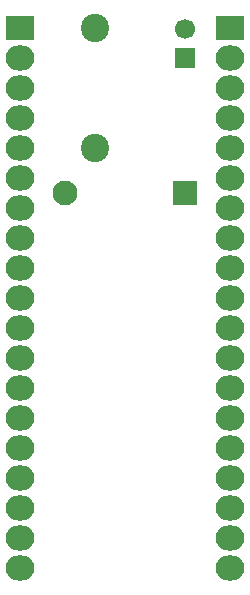
<source format=gbr>
G04 #@! TF.FileFunction,Soldermask,Bot*
%FSLAX46Y46*%
G04 Gerber Fmt 4.6, Leading zero omitted, Abs format (unit mm)*
G04 Created by KiCad (PCBNEW 4.0.3+e1-6302~38~ubuntu16.04.1-stable) date Thu Aug 25 17:10:37 2016*
%MOMM*%
%LPD*%
G01*
G04 APERTURE LIST*
%ADD10C,0.100000*%
%ADD11R,1.700000X1.700000*%
%ADD12C,1.700000*%
%ADD13C,2.398980*%
%ADD14C,2.099260*%
%ADD15R,2.099260X2.099260*%
%ADD16R,2.432000X2.127200*%
%ADD17O,2.432000X2.127200*%
G04 APERTURE END LIST*
D10*
D11*
X144780000Y-107950000D03*
D12*
X144780000Y-105450000D03*
D13*
X137160000Y-115570000D03*
X137160000Y-105410000D03*
D14*
X134619480Y-119382540D03*
D15*
X144779480Y-119382540D03*
D16*
X148590000Y-105410000D03*
D17*
X148590000Y-107950000D03*
X148590000Y-110490000D03*
X148590000Y-113030000D03*
X148590000Y-115570000D03*
X148590000Y-118110000D03*
X148590000Y-120650000D03*
X148590000Y-123190000D03*
X148590000Y-125730000D03*
X148590000Y-128270000D03*
X148590000Y-130810000D03*
X148590000Y-133350000D03*
X148590000Y-135890000D03*
X148590000Y-138430000D03*
X148590000Y-140970000D03*
X148590000Y-143510000D03*
X148590000Y-146050000D03*
X148590000Y-148590000D03*
X148590000Y-151130000D03*
D16*
X130810000Y-105410000D03*
D17*
X130810000Y-107950000D03*
X130810000Y-110490000D03*
X130810000Y-113030000D03*
X130810000Y-115570000D03*
X130810000Y-118110000D03*
X130810000Y-120650000D03*
X130810000Y-123190000D03*
X130810000Y-125730000D03*
X130810000Y-128270000D03*
X130810000Y-130810000D03*
X130810000Y-133350000D03*
X130810000Y-135890000D03*
X130810000Y-138430000D03*
X130810000Y-140970000D03*
X130810000Y-143510000D03*
X130810000Y-146050000D03*
X130810000Y-148590000D03*
X130810000Y-151130000D03*
M02*

</source>
